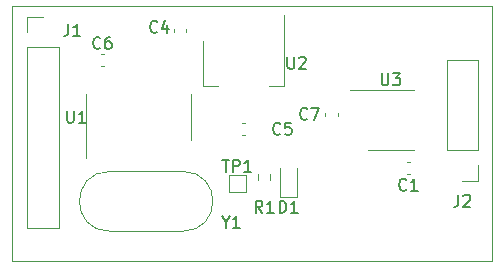
<source format=gbr>
%TF.GenerationSoftware,KiCad,Pcbnew,(5.1.8)-1*%
%TF.CreationDate,2021-01-01T08:41:17+08:00*%
%TF.ProjectId,MCP2517FD-Breakout,4d435032-3531-4374-9644-2d427265616b,rev?*%
%TF.SameCoordinates,Original*%
%TF.FileFunction,Legend,Top*%
%TF.FilePolarity,Positive*%
%FSLAX46Y46*%
G04 Gerber Fmt 4.6, Leading zero omitted, Abs format (unit mm)*
G04 Created by KiCad (PCBNEW (5.1.8)-1) date 2021-01-01 08:41:17*
%MOMM*%
%LPD*%
G01*
G04 APERTURE LIST*
%TA.AperFunction,Profile*%
%ADD10C,0.050000*%
%TD*%
%ADD11C,0.120000*%
%ADD12C,0.150000*%
G04 APERTURE END LIST*
D10*
X157480000Y-86360000D02*
X157480000Y-107950000D01*
X119888000Y-86360000D02*
X116840000Y-86360000D01*
X157480000Y-86360000D02*
X119888000Y-86360000D01*
X126746000Y-107950000D02*
X157480000Y-107950000D01*
X116840000Y-107950000D02*
X126746000Y-107950000D01*
X116840000Y-86360000D02*
X116840000Y-107950000D01*
D11*
%TO.C,Y1*%
X125045000Y-100345000D02*
X131295000Y-100345000D01*
X125045000Y-105395000D02*
X131295000Y-105395000D01*
X131295000Y-105395000D02*
G75*
G03*
X131295000Y-100345000I0J2525000D01*
G01*
X125045000Y-105395000D02*
G75*
G02*
X125045000Y-100345000I0J2525000D01*
G01*
%TO.C,U3*%
X148864000Y-98536000D02*
X150814000Y-98536000D01*
X148864000Y-98536000D02*
X146914000Y-98536000D01*
X148864000Y-93416000D02*
X150814000Y-93416000D01*
X148864000Y-93416000D02*
X145414000Y-93416000D01*
%TO.C,U2*%
X132988000Y-93096000D02*
X134248000Y-93096000D01*
X139808000Y-93096000D02*
X138548000Y-93096000D01*
X132988000Y-89336000D02*
X132988000Y-93096000D01*
X139808000Y-87086000D02*
X139808000Y-93096000D01*
%TO.C,U1*%
X131943000Y-95758000D02*
X131943000Y-93808000D01*
X131943000Y-95758000D02*
X131943000Y-97708000D01*
X123073000Y-95758000D02*
X123073000Y-93808000D01*
X123073000Y-95758000D02*
X123073000Y-99208000D01*
%TO.C,TP1*%
X135190000Y-100646000D02*
X136590000Y-100646000D01*
X136590000Y-100646000D02*
X136590000Y-102046000D01*
X136590000Y-102046000D02*
X135190000Y-102046000D01*
X135190000Y-102046000D02*
X135190000Y-100646000D01*
%TO.C,R1*%
X137653500Y-101092724D02*
X137653500Y-100583276D01*
X138698500Y-101092724D02*
X138698500Y-100583276D01*
%TO.C,J2*%
X156270000Y-90872000D02*
X153610000Y-90872000D01*
X156270000Y-98552000D02*
X156270000Y-90872000D01*
X153610000Y-98552000D02*
X153610000Y-90872000D01*
X156270000Y-98552000D02*
X153610000Y-98552000D01*
X156270000Y-99822000D02*
X156270000Y-101152000D01*
X156270000Y-101152000D02*
X154940000Y-101152000D01*
%TO.C,J1*%
X118120000Y-105140000D02*
X120780000Y-105140000D01*
X118120000Y-89840000D02*
X118120000Y-105140000D01*
X120780000Y-89840000D02*
X120780000Y-105140000D01*
X118120000Y-89840000D02*
X120780000Y-89840000D01*
X118120000Y-88570000D02*
X118120000Y-87240000D01*
X118120000Y-87240000D02*
X119450000Y-87240000D01*
%TO.C,D1*%
X139473000Y-100038000D02*
X139473000Y-102498000D01*
X139473000Y-102498000D02*
X140943000Y-102498000D01*
X140943000Y-102498000D02*
X140943000Y-100038000D01*
%TO.C,C7*%
X143354000Y-95650267D02*
X143354000Y-95357733D01*
X144374000Y-95650267D02*
X144374000Y-95357733D01*
%TO.C,C6*%
X124313733Y-90422000D02*
X124606267Y-90422000D01*
X124313733Y-91442000D02*
X124606267Y-91442000D01*
%TO.C,C5*%
X136251733Y-96264000D02*
X136544267Y-96264000D01*
X136251733Y-97284000D02*
X136544267Y-97284000D01*
%TO.C,C4*%
X131574000Y-88245733D02*
X131574000Y-88538267D01*
X130554000Y-88245733D02*
X130554000Y-88538267D01*
%TO.C,C1*%
X150514267Y-100586000D02*
X150221733Y-100586000D01*
X150514267Y-99566000D02*
X150221733Y-99566000D01*
%TD*%
%TO.C,Y1*%
D12*
X134905809Y-104624190D02*
X134905809Y-105100380D01*
X134572476Y-104100380D02*
X134905809Y-104624190D01*
X135239142Y-104100380D01*
X136096285Y-105100380D02*
X135524857Y-105100380D01*
X135810571Y-105100380D02*
X135810571Y-104100380D01*
X135715333Y-104243238D01*
X135620095Y-104338476D01*
X135524857Y-104386095D01*
%TO.C,U3*%
X148102095Y-92028380D02*
X148102095Y-92837904D01*
X148149714Y-92933142D01*
X148197333Y-92980761D01*
X148292571Y-93028380D01*
X148483047Y-93028380D01*
X148578285Y-92980761D01*
X148625904Y-92933142D01*
X148673523Y-92837904D01*
X148673523Y-92028380D01*
X149054476Y-92028380D02*
X149673523Y-92028380D01*
X149340190Y-92409333D01*
X149483047Y-92409333D01*
X149578285Y-92456952D01*
X149625904Y-92504571D01*
X149673523Y-92599809D01*
X149673523Y-92837904D01*
X149625904Y-92933142D01*
X149578285Y-92980761D01*
X149483047Y-93028380D01*
X149197333Y-93028380D01*
X149102095Y-92980761D01*
X149054476Y-92933142D01*
%TO.C,U2*%
X140136095Y-90638380D02*
X140136095Y-91447904D01*
X140183714Y-91543142D01*
X140231333Y-91590761D01*
X140326571Y-91638380D01*
X140517047Y-91638380D01*
X140612285Y-91590761D01*
X140659904Y-91543142D01*
X140707523Y-91447904D01*
X140707523Y-90638380D01*
X141136095Y-90733619D02*
X141183714Y-90686000D01*
X141278952Y-90638380D01*
X141517047Y-90638380D01*
X141612285Y-90686000D01*
X141659904Y-90733619D01*
X141707523Y-90828857D01*
X141707523Y-90924095D01*
X141659904Y-91066952D01*
X141088476Y-91638380D01*
X141707523Y-91638380D01*
%TO.C,U1*%
X121466095Y-95210380D02*
X121466095Y-96019904D01*
X121513714Y-96115142D01*
X121561333Y-96162761D01*
X121656571Y-96210380D01*
X121847047Y-96210380D01*
X121942285Y-96162761D01*
X121989904Y-96115142D01*
X122037523Y-96019904D01*
X122037523Y-95210380D01*
X123037523Y-96210380D02*
X122466095Y-96210380D01*
X122751809Y-96210380D02*
X122751809Y-95210380D01*
X122656571Y-95353238D01*
X122561333Y-95448476D01*
X122466095Y-95496095D01*
%TO.C,TP1*%
X134628095Y-99350380D02*
X135199523Y-99350380D01*
X134913809Y-100350380D02*
X134913809Y-99350380D01*
X135532857Y-100350380D02*
X135532857Y-99350380D01*
X135913809Y-99350380D01*
X136009047Y-99398000D01*
X136056666Y-99445619D01*
X136104285Y-99540857D01*
X136104285Y-99683714D01*
X136056666Y-99778952D01*
X136009047Y-99826571D01*
X135913809Y-99874190D01*
X135532857Y-99874190D01*
X137056666Y-100350380D02*
X136485238Y-100350380D01*
X136770952Y-100350380D02*
X136770952Y-99350380D01*
X136675714Y-99493238D01*
X136580476Y-99588476D01*
X136485238Y-99636095D01*
%TO.C,R1*%
X138009333Y-103830380D02*
X137676000Y-103354190D01*
X137437904Y-103830380D02*
X137437904Y-102830380D01*
X137818857Y-102830380D01*
X137914095Y-102878000D01*
X137961714Y-102925619D01*
X138009333Y-103020857D01*
X138009333Y-103163714D01*
X137961714Y-103258952D01*
X137914095Y-103306571D01*
X137818857Y-103354190D01*
X137437904Y-103354190D01*
X138961714Y-103830380D02*
X138390285Y-103830380D01*
X138676000Y-103830380D02*
X138676000Y-102830380D01*
X138580761Y-102973238D01*
X138485523Y-103068476D01*
X138390285Y-103116095D01*
%TO.C,J2*%
X154606666Y-102322380D02*
X154606666Y-103036666D01*
X154559047Y-103179523D01*
X154463809Y-103274761D01*
X154320952Y-103322380D01*
X154225714Y-103322380D01*
X155035238Y-102417619D02*
X155082857Y-102370000D01*
X155178095Y-102322380D01*
X155416190Y-102322380D01*
X155511428Y-102370000D01*
X155559047Y-102417619D01*
X155606666Y-102512857D01*
X155606666Y-102608095D01*
X155559047Y-102750952D01*
X154987619Y-103322380D01*
X155606666Y-103322380D01*
%TO.C,J1*%
X121586666Y-87844380D02*
X121586666Y-88558666D01*
X121539047Y-88701523D01*
X121443809Y-88796761D01*
X121300952Y-88844380D01*
X121205714Y-88844380D01*
X122586666Y-88844380D02*
X122015238Y-88844380D01*
X122300952Y-88844380D02*
X122300952Y-87844380D01*
X122205714Y-87987238D01*
X122110476Y-88082476D01*
X122015238Y-88130095D01*
%TO.C,D1*%
X139469904Y-103830380D02*
X139469904Y-102830380D01*
X139708000Y-102830380D01*
X139850857Y-102878000D01*
X139946095Y-102973238D01*
X139993714Y-103068476D01*
X140041333Y-103258952D01*
X140041333Y-103401809D01*
X139993714Y-103592285D01*
X139946095Y-103687523D01*
X139850857Y-103782761D01*
X139708000Y-103830380D01*
X139469904Y-103830380D01*
X140993714Y-103830380D02*
X140422285Y-103830380D01*
X140708000Y-103830380D02*
X140708000Y-102830380D01*
X140612761Y-102973238D01*
X140517523Y-103068476D01*
X140422285Y-103116095D01*
%TO.C,C7*%
X141819333Y-95861142D02*
X141771714Y-95908761D01*
X141628857Y-95956380D01*
X141533619Y-95956380D01*
X141390761Y-95908761D01*
X141295523Y-95813523D01*
X141247904Y-95718285D01*
X141200285Y-95527809D01*
X141200285Y-95384952D01*
X141247904Y-95194476D01*
X141295523Y-95099238D01*
X141390761Y-95004000D01*
X141533619Y-94956380D01*
X141628857Y-94956380D01*
X141771714Y-95004000D01*
X141819333Y-95051619D01*
X142152666Y-94956380D02*
X142819333Y-94956380D01*
X142390761Y-95956380D01*
%TO.C,C6*%
X124293333Y-89859142D02*
X124245714Y-89906761D01*
X124102857Y-89954380D01*
X124007619Y-89954380D01*
X123864761Y-89906761D01*
X123769523Y-89811523D01*
X123721904Y-89716285D01*
X123674285Y-89525809D01*
X123674285Y-89382952D01*
X123721904Y-89192476D01*
X123769523Y-89097238D01*
X123864761Y-89002000D01*
X124007619Y-88954380D01*
X124102857Y-88954380D01*
X124245714Y-89002000D01*
X124293333Y-89049619D01*
X125150476Y-88954380D02*
X124960000Y-88954380D01*
X124864761Y-89002000D01*
X124817142Y-89049619D01*
X124721904Y-89192476D01*
X124674285Y-89382952D01*
X124674285Y-89763904D01*
X124721904Y-89859142D01*
X124769523Y-89906761D01*
X124864761Y-89954380D01*
X125055238Y-89954380D01*
X125150476Y-89906761D01*
X125198095Y-89859142D01*
X125245714Y-89763904D01*
X125245714Y-89525809D01*
X125198095Y-89430571D01*
X125150476Y-89382952D01*
X125055238Y-89335333D01*
X124864761Y-89335333D01*
X124769523Y-89382952D01*
X124721904Y-89430571D01*
X124674285Y-89525809D01*
%TO.C,C5*%
X139533333Y-97131142D02*
X139485714Y-97178761D01*
X139342857Y-97226380D01*
X139247619Y-97226380D01*
X139104761Y-97178761D01*
X139009523Y-97083523D01*
X138961904Y-96988285D01*
X138914285Y-96797809D01*
X138914285Y-96654952D01*
X138961904Y-96464476D01*
X139009523Y-96369238D01*
X139104761Y-96274000D01*
X139247619Y-96226380D01*
X139342857Y-96226380D01*
X139485714Y-96274000D01*
X139533333Y-96321619D01*
X140438095Y-96226380D02*
X139961904Y-96226380D01*
X139914285Y-96702571D01*
X139961904Y-96654952D01*
X140057142Y-96607333D01*
X140295238Y-96607333D01*
X140390476Y-96654952D01*
X140438095Y-96702571D01*
X140485714Y-96797809D01*
X140485714Y-97035904D01*
X140438095Y-97131142D01*
X140390476Y-97178761D01*
X140295238Y-97226380D01*
X140057142Y-97226380D01*
X139961904Y-97178761D01*
X139914285Y-97131142D01*
%TO.C,C4*%
X129119333Y-88495142D02*
X129071714Y-88542761D01*
X128928857Y-88590380D01*
X128833619Y-88590380D01*
X128690761Y-88542761D01*
X128595523Y-88447523D01*
X128547904Y-88352285D01*
X128500285Y-88161809D01*
X128500285Y-88018952D01*
X128547904Y-87828476D01*
X128595523Y-87733238D01*
X128690761Y-87638000D01*
X128833619Y-87590380D01*
X128928857Y-87590380D01*
X129071714Y-87638000D01*
X129119333Y-87685619D01*
X129976476Y-87923714D02*
X129976476Y-88590380D01*
X129738380Y-87542761D02*
X129500285Y-88257047D01*
X130119333Y-88257047D01*
%TO.C,C1*%
X150201333Y-101863142D02*
X150153714Y-101910761D01*
X150010857Y-101958380D01*
X149915619Y-101958380D01*
X149772761Y-101910761D01*
X149677523Y-101815523D01*
X149629904Y-101720285D01*
X149582285Y-101529809D01*
X149582285Y-101386952D01*
X149629904Y-101196476D01*
X149677523Y-101101238D01*
X149772761Y-101006000D01*
X149915619Y-100958380D01*
X150010857Y-100958380D01*
X150153714Y-101006000D01*
X150201333Y-101053619D01*
X151153714Y-101958380D02*
X150582285Y-101958380D01*
X150868000Y-101958380D02*
X150868000Y-100958380D01*
X150772761Y-101101238D01*
X150677523Y-101196476D01*
X150582285Y-101244095D01*
%TD*%
M02*

</source>
